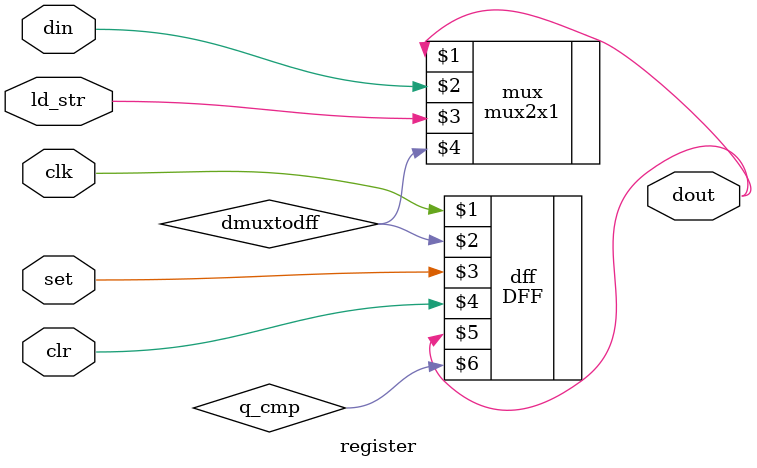
<source format=v>
`timescale 1ns / 1ps

module register( ld_str,clr,set,din,dout,clk);

input ld_str;
// 0=load,1=store
input clr;
//low clr,set
input set;
input din;
input clk;
output dout;

wire dmuxtodff;


mux2x1 mux (  dout,din, ld_str, dmuxtodff );

DFF dff ( clk,dmuxtodff,set,clr,dout,q_cmp  );

endmodule

</source>
